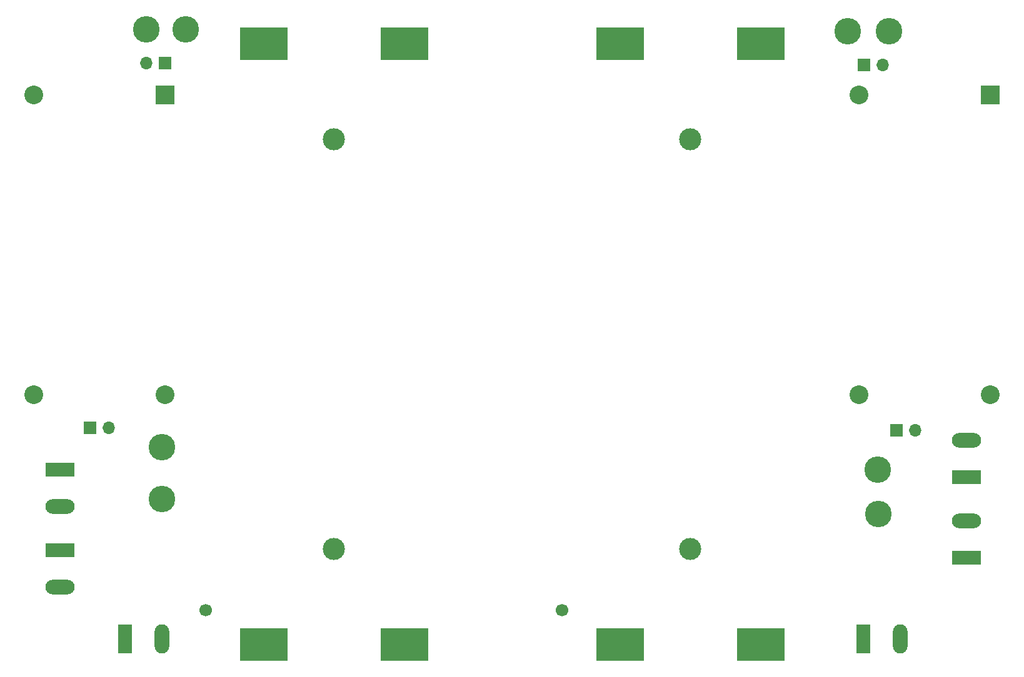
<source format=gbr>
%TF.GenerationSoftware,KiCad,Pcbnew,7.0.7*%
%TF.CreationDate,2023-10-16T23:42:31-07:00*%
%TF.ProjectId,cube2,63756265-322e-46b6-9963-61645f706362,rev?*%
%TF.SameCoordinates,Original*%
%TF.FileFunction,Soldermask,Top*%
%TF.FilePolarity,Negative*%
%FSLAX46Y46*%
G04 Gerber Fmt 4.6, Leading zero omitted, Abs format (unit mm)*
G04 Created by KiCad (PCBNEW 7.0.7) date 2023-10-16 23:42:31*
%MOMM*%
%LPD*%
G01*
G04 APERTURE LIST*
%ADD10R,3.960000X1.980000*%
%ADD11O,3.960000X1.980000*%
%ADD12C,3.600000*%
%ADD13R,1.700000X1.700000*%
%ADD14O,1.700000X1.700000*%
%ADD15R,2.540000X2.540000*%
%ADD16C,2.540000*%
%ADD17C,1.700000*%
%ADD18C,3.000000*%
%ADD19R,6.500000X4.400000*%
%ADD20R,1.980000X3.960000*%
%ADD21O,1.980000X3.960000*%
G04 APERTURE END LIST*
D10*
%TO.C,J7*%
X167000000Y-125000000D03*
D11*
X167000000Y-120000000D03*
%TD*%
D12*
%TO.C,J3*%
X58000000Y-110000000D03*
%TD*%
D13*
%TO.C,JP4*%
X153035000Y-58166000D03*
D14*
X155575000Y-58166000D03*
%TD*%
D15*
%TO.C,U3*%
X58420000Y-62230000D03*
D16*
X40640000Y-62230000D03*
X40640000Y-102870000D03*
X58420000Y-102870000D03*
%TD*%
D12*
%TO.C,J1*%
X58000000Y-117000000D03*
%TD*%
D10*
%TO.C,J4*%
X167000000Y-114000000D03*
D11*
X167000000Y-109000000D03*
%TD*%
D17*
%TO.C,BT2*%
X112215000Y-132045000D03*
D18*
X129565000Y-123745000D03*
X129565000Y-68245000D03*
D19*
X120015000Y-136745000D03*
X120015000Y-55245000D03*
X139115000Y-55245000D03*
X139115000Y-136745000D03*
%TD*%
D17*
%TO.C,BT1*%
X63955000Y-132045000D03*
D18*
X81305000Y-123745000D03*
X81305000Y-68245000D03*
D19*
X71755000Y-136745000D03*
X71755000Y-55245000D03*
X90855000Y-55245000D03*
X90855000Y-136745000D03*
%TD*%
D15*
%TO.C,U2*%
X170180000Y-62230000D03*
D16*
X152400000Y-62230000D03*
X152400000Y-102870000D03*
X170180000Y-102870000D03*
%TD*%
D12*
%TO.C,J2*%
X155000000Y-119000000D03*
%TD*%
D10*
%TO.C,J15*%
X44196000Y-113030000D03*
D11*
X44196000Y-118030000D03*
%TD*%
D13*
%TO.C,JP3*%
X58420000Y-57912000D03*
D14*
X55880000Y-57912000D03*
%TD*%
D13*
%TO.C,JP2*%
X157460000Y-107700000D03*
D14*
X160000000Y-107700000D03*
%TD*%
D20*
%TO.C,J6*%
X53000000Y-136000000D03*
D21*
X58000000Y-136000000D03*
%TD*%
D12*
%TO.C,J11*%
X154940000Y-113000000D03*
%TD*%
%TO.C,J13*%
X156464000Y-53594000D03*
%TD*%
D20*
%TO.C,J8*%
X153000000Y-136000000D03*
D21*
X158000000Y-136000000D03*
%TD*%
D12*
%TO.C,J9*%
X61214000Y-53340000D03*
%TD*%
%TO.C,J10*%
X55880000Y-53340000D03*
%TD*%
%TO.C,J12*%
X150876000Y-53594000D03*
%TD*%
D10*
%TO.C,J5*%
X44196000Y-123952000D03*
D11*
X44196000Y-128952000D03*
%TD*%
D13*
%TO.C,JP1*%
X48260000Y-107315000D03*
D14*
X50800000Y-107315000D03*
%TD*%
M02*

</source>
